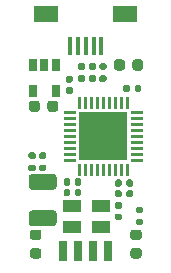
<source format=gbr>
%TF.GenerationSoftware,KiCad,Pcbnew,(5.1.8)-1*%
%TF.CreationDate,2021-01-22T22:27:45+01:00*%
%TF.ProjectId,IRMP_stm32,49524d50-5f73-4746-9d33-322e6b696361,rev?*%
%TF.SameCoordinates,Original*%
%TF.FileFunction,Soldermask,Top*%
%TF.FilePolarity,Negative*%
%FSLAX46Y46*%
G04 Gerber Fmt 4.6, Leading zero omitted, Abs format (unit mm)*
G04 Created by KiCad (PCBNEW (5.1.8)-1) date 2021-01-22 22:27:45*
%MOMM*%
%LPD*%
G01*
G04 APERTURE LIST*
%ADD10R,1.500000X1.000000*%
%ADD11R,0.800000X1.800000*%
%ADD12R,2.000000X1.350000*%
%ADD13R,0.400000X1.500000*%
%ADD14R,0.650000X1.060000*%
%ADD15R,4.100000X4.100000*%
G04 APERTURE END LIST*
D10*
%TO.C,XC1*%
X121250000Y-115800000D03*
X118750000Y-115800000D03*
X118750000Y-114000000D03*
X121250000Y-114000000D03*
%TD*%
D11*
%TO.C,U1*%
X121855000Y-117850000D03*
X120585000Y-117850000D03*
X119315000Y-117850000D03*
X118045000Y-117850000D03*
%TD*%
D12*
%TO.C,X1*%
X116600000Y-97800000D03*
D13*
X121250000Y-100500000D03*
X120600000Y-100500000D03*
X119950000Y-100500000D03*
X119300000Y-100500000D03*
X118650000Y-100500000D03*
D12*
X123300000Y-97800000D03*
%TD*%
%TO.C,R5*%
G36*
G01*
X124685000Y-114650000D02*
X124315000Y-114650000D01*
G75*
G02*
X124180000Y-114515000I0J135000D01*
G01*
X124180000Y-114245000D01*
G75*
G02*
X124315000Y-114110000I135000J0D01*
G01*
X124685000Y-114110000D01*
G75*
G02*
X124820000Y-114245000I0J-135000D01*
G01*
X124820000Y-114515000D01*
G75*
G02*
X124685000Y-114650000I-135000J0D01*
G01*
G37*
G36*
G01*
X124685000Y-115670000D02*
X124315000Y-115670000D01*
G75*
G02*
X124180000Y-115535000I0J135000D01*
G01*
X124180000Y-115265000D01*
G75*
G02*
X124315000Y-115130000I135000J0D01*
G01*
X124685000Y-115130000D01*
G75*
G02*
X124820000Y-115265000I0J-135000D01*
G01*
X124820000Y-115535000D01*
G75*
G02*
X124685000Y-115670000I-135000J0D01*
G01*
G37*
%TD*%
%TO.C,D1*%
G36*
G01*
X124456250Y-116912500D02*
X123943750Y-116912500D01*
G75*
G02*
X123725000Y-116693750I0J218750D01*
G01*
X123725000Y-116256250D01*
G75*
G02*
X123943750Y-116037500I218750J0D01*
G01*
X124456250Y-116037500D01*
G75*
G02*
X124675000Y-116256250I0J-218750D01*
G01*
X124675000Y-116693750D01*
G75*
G02*
X124456250Y-116912500I-218750J0D01*
G01*
G37*
G36*
G01*
X124456250Y-118487500D02*
X123943750Y-118487500D01*
G75*
G02*
X123725000Y-118268750I0J218750D01*
G01*
X123725000Y-117831250D01*
G75*
G02*
X123943750Y-117612500I218750J0D01*
G01*
X124456250Y-117612500D01*
G75*
G02*
X124675000Y-117831250I0J-218750D01*
G01*
X124675000Y-118268750D01*
G75*
G02*
X124456250Y-118487500I-218750J0D01*
G01*
G37*
%TD*%
%TO.C,R6*%
G36*
G01*
X116115000Y-110530000D02*
X116485000Y-110530000D01*
G75*
G02*
X116620000Y-110665000I0J-135000D01*
G01*
X116620000Y-110935000D01*
G75*
G02*
X116485000Y-111070000I-135000J0D01*
G01*
X116115000Y-111070000D01*
G75*
G02*
X115980000Y-110935000I0J135000D01*
G01*
X115980000Y-110665000D01*
G75*
G02*
X116115000Y-110530000I135000J0D01*
G01*
G37*
G36*
G01*
X116115000Y-109510000D02*
X116485000Y-109510000D01*
G75*
G02*
X116620000Y-109645000I0J-135000D01*
G01*
X116620000Y-109915000D01*
G75*
G02*
X116485000Y-110050000I-135000J0D01*
G01*
X116115000Y-110050000D01*
G75*
G02*
X115980000Y-109915000I0J135000D01*
G01*
X115980000Y-109645000D01*
G75*
G02*
X116115000Y-109510000I135000J0D01*
G01*
G37*
%TD*%
%TO.C,D2*%
G36*
G01*
X115956250Y-116912500D02*
X115443750Y-116912500D01*
G75*
G02*
X115225000Y-116693750I0J218750D01*
G01*
X115225000Y-116256250D01*
G75*
G02*
X115443750Y-116037500I218750J0D01*
G01*
X115956250Y-116037500D01*
G75*
G02*
X116175000Y-116256250I0J-218750D01*
G01*
X116175000Y-116693750D01*
G75*
G02*
X115956250Y-116912500I-218750J0D01*
G01*
G37*
G36*
G01*
X115956250Y-118487500D02*
X115443750Y-118487500D01*
G75*
G02*
X115225000Y-118268750I0J218750D01*
G01*
X115225000Y-117831250D01*
G75*
G02*
X115443750Y-117612500I218750J0D01*
G01*
X115956250Y-117612500D01*
G75*
G02*
X116175000Y-117831250I0J-218750D01*
G01*
X116175000Y-118268750D01*
G75*
G02*
X115956250Y-118487500I-218750J0D01*
G01*
G37*
%TD*%
%TO.C,C1*%
G36*
G01*
X117225001Y-112662500D02*
X115374999Y-112662500D01*
G75*
G02*
X115125000Y-112412501I0J249999D01*
G01*
X115125000Y-111587499D01*
G75*
G02*
X115374999Y-111337500I249999J0D01*
G01*
X117225001Y-111337500D01*
G75*
G02*
X117475000Y-111587499I0J-249999D01*
G01*
X117475000Y-112412501D01*
G75*
G02*
X117225001Y-112662500I-249999J0D01*
G01*
G37*
G36*
G01*
X117225001Y-115737500D02*
X115374999Y-115737500D01*
G75*
G02*
X115125000Y-115487501I0J249999D01*
G01*
X115125000Y-114662499D01*
G75*
G02*
X115374999Y-114412500I249999J0D01*
G01*
X117225001Y-114412500D01*
G75*
G02*
X117475000Y-114662499I0J-249999D01*
G01*
X117475000Y-115487501D01*
G75*
G02*
X117225001Y-115737500I-249999J0D01*
G01*
G37*
%TD*%
D14*
%TO.C,U2*%
X117400000Y-104300000D03*
X115500000Y-104300000D03*
X115500000Y-102100000D03*
X116450000Y-102100000D03*
X117400000Y-102100000D03*
%TD*%
D15*
%TO.C,U3*%
X121443000Y-108152000D03*
G36*
G01*
X119080500Y-110277000D02*
X118130500Y-110277000D01*
G75*
G02*
X118068000Y-110214500I0J62500D01*
G01*
X118068000Y-110089500D01*
G75*
G02*
X118130500Y-110027000I62500J0D01*
G01*
X119080500Y-110027000D01*
G75*
G02*
X119143000Y-110089500I0J-62500D01*
G01*
X119143000Y-110214500D01*
G75*
G02*
X119080500Y-110277000I-62500J0D01*
G01*
G37*
G36*
G01*
X119080500Y-109777000D02*
X118130500Y-109777000D01*
G75*
G02*
X118068000Y-109714500I0J62500D01*
G01*
X118068000Y-109589500D01*
G75*
G02*
X118130500Y-109527000I62500J0D01*
G01*
X119080500Y-109527000D01*
G75*
G02*
X119143000Y-109589500I0J-62500D01*
G01*
X119143000Y-109714500D01*
G75*
G02*
X119080500Y-109777000I-62500J0D01*
G01*
G37*
G36*
G01*
X119080500Y-109277000D02*
X118130500Y-109277000D01*
G75*
G02*
X118068000Y-109214500I0J62500D01*
G01*
X118068000Y-109089500D01*
G75*
G02*
X118130500Y-109027000I62500J0D01*
G01*
X119080500Y-109027000D01*
G75*
G02*
X119143000Y-109089500I0J-62500D01*
G01*
X119143000Y-109214500D01*
G75*
G02*
X119080500Y-109277000I-62500J0D01*
G01*
G37*
G36*
G01*
X119080500Y-108777000D02*
X118130500Y-108777000D01*
G75*
G02*
X118068000Y-108714500I0J62500D01*
G01*
X118068000Y-108589500D01*
G75*
G02*
X118130500Y-108527000I62500J0D01*
G01*
X119080500Y-108527000D01*
G75*
G02*
X119143000Y-108589500I0J-62500D01*
G01*
X119143000Y-108714500D01*
G75*
G02*
X119080500Y-108777000I-62500J0D01*
G01*
G37*
G36*
G01*
X119080500Y-108277000D02*
X118130500Y-108277000D01*
G75*
G02*
X118068000Y-108214500I0J62500D01*
G01*
X118068000Y-108089500D01*
G75*
G02*
X118130500Y-108027000I62500J0D01*
G01*
X119080500Y-108027000D01*
G75*
G02*
X119143000Y-108089500I0J-62500D01*
G01*
X119143000Y-108214500D01*
G75*
G02*
X119080500Y-108277000I-62500J0D01*
G01*
G37*
G36*
G01*
X119080500Y-107777000D02*
X118130500Y-107777000D01*
G75*
G02*
X118068000Y-107714500I0J62500D01*
G01*
X118068000Y-107589500D01*
G75*
G02*
X118130500Y-107527000I62500J0D01*
G01*
X119080500Y-107527000D01*
G75*
G02*
X119143000Y-107589500I0J-62500D01*
G01*
X119143000Y-107714500D01*
G75*
G02*
X119080500Y-107777000I-62500J0D01*
G01*
G37*
G36*
G01*
X119080500Y-107277000D02*
X118130500Y-107277000D01*
G75*
G02*
X118068000Y-107214500I0J62500D01*
G01*
X118068000Y-107089500D01*
G75*
G02*
X118130500Y-107027000I62500J0D01*
G01*
X119080500Y-107027000D01*
G75*
G02*
X119143000Y-107089500I0J-62500D01*
G01*
X119143000Y-107214500D01*
G75*
G02*
X119080500Y-107277000I-62500J0D01*
G01*
G37*
G36*
G01*
X119080500Y-106777000D02*
X118130500Y-106777000D01*
G75*
G02*
X118068000Y-106714500I0J62500D01*
G01*
X118068000Y-106589500D01*
G75*
G02*
X118130500Y-106527000I62500J0D01*
G01*
X119080500Y-106527000D01*
G75*
G02*
X119143000Y-106589500I0J-62500D01*
G01*
X119143000Y-106714500D01*
G75*
G02*
X119080500Y-106777000I-62500J0D01*
G01*
G37*
G36*
G01*
X119080500Y-106277000D02*
X118130500Y-106277000D01*
G75*
G02*
X118068000Y-106214500I0J62500D01*
G01*
X118068000Y-106089500D01*
G75*
G02*
X118130500Y-106027000I62500J0D01*
G01*
X119080500Y-106027000D01*
G75*
G02*
X119143000Y-106089500I0J-62500D01*
G01*
X119143000Y-106214500D01*
G75*
G02*
X119080500Y-106277000I-62500J0D01*
G01*
G37*
G36*
G01*
X119505500Y-105852000D02*
X119380500Y-105852000D01*
G75*
G02*
X119318000Y-105789500I0J62500D01*
G01*
X119318000Y-104839500D01*
G75*
G02*
X119380500Y-104777000I62500J0D01*
G01*
X119505500Y-104777000D01*
G75*
G02*
X119568000Y-104839500I0J-62500D01*
G01*
X119568000Y-105789500D01*
G75*
G02*
X119505500Y-105852000I-62500J0D01*
G01*
G37*
G36*
G01*
X120005500Y-105852000D02*
X119880500Y-105852000D01*
G75*
G02*
X119818000Y-105789500I0J62500D01*
G01*
X119818000Y-104839500D01*
G75*
G02*
X119880500Y-104777000I62500J0D01*
G01*
X120005500Y-104777000D01*
G75*
G02*
X120068000Y-104839500I0J-62500D01*
G01*
X120068000Y-105789500D01*
G75*
G02*
X120005500Y-105852000I-62500J0D01*
G01*
G37*
G36*
G01*
X120505500Y-105852000D02*
X120380500Y-105852000D01*
G75*
G02*
X120318000Y-105789500I0J62500D01*
G01*
X120318000Y-104839500D01*
G75*
G02*
X120380500Y-104777000I62500J0D01*
G01*
X120505500Y-104777000D01*
G75*
G02*
X120568000Y-104839500I0J-62500D01*
G01*
X120568000Y-105789500D01*
G75*
G02*
X120505500Y-105852000I-62500J0D01*
G01*
G37*
G36*
G01*
X121005500Y-105852000D02*
X120880500Y-105852000D01*
G75*
G02*
X120818000Y-105789500I0J62500D01*
G01*
X120818000Y-104839500D01*
G75*
G02*
X120880500Y-104777000I62500J0D01*
G01*
X121005500Y-104777000D01*
G75*
G02*
X121068000Y-104839500I0J-62500D01*
G01*
X121068000Y-105789500D01*
G75*
G02*
X121005500Y-105852000I-62500J0D01*
G01*
G37*
G36*
G01*
X121505500Y-105852000D02*
X121380500Y-105852000D01*
G75*
G02*
X121318000Y-105789500I0J62500D01*
G01*
X121318000Y-104839500D01*
G75*
G02*
X121380500Y-104777000I62500J0D01*
G01*
X121505500Y-104777000D01*
G75*
G02*
X121568000Y-104839500I0J-62500D01*
G01*
X121568000Y-105789500D01*
G75*
G02*
X121505500Y-105852000I-62500J0D01*
G01*
G37*
G36*
G01*
X122005500Y-105852000D02*
X121880500Y-105852000D01*
G75*
G02*
X121818000Y-105789500I0J62500D01*
G01*
X121818000Y-104839500D01*
G75*
G02*
X121880500Y-104777000I62500J0D01*
G01*
X122005500Y-104777000D01*
G75*
G02*
X122068000Y-104839500I0J-62500D01*
G01*
X122068000Y-105789500D01*
G75*
G02*
X122005500Y-105852000I-62500J0D01*
G01*
G37*
G36*
G01*
X122505500Y-105852000D02*
X122380500Y-105852000D01*
G75*
G02*
X122318000Y-105789500I0J62500D01*
G01*
X122318000Y-104839500D01*
G75*
G02*
X122380500Y-104777000I62500J0D01*
G01*
X122505500Y-104777000D01*
G75*
G02*
X122568000Y-104839500I0J-62500D01*
G01*
X122568000Y-105789500D01*
G75*
G02*
X122505500Y-105852000I-62500J0D01*
G01*
G37*
G36*
G01*
X123005500Y-105852000D02*
X122880500Y-105852000D01*
G75*
G02*
X122818000Y-105789500I0J62500D01*
G01*
X122818000Y-104839500D01*
G75*
G02*
X122880500Y-104777000I62500J0D01*
G01*
X123005500Y-104777000D01*
G75*
G02*
X123068000Y-104839500I0J-62500D01*
G01*
X123068000Y-105789500D01*
G75*
G02*
X123005500Y-105852000I-62500J0D01*
G01*
G37*
G36*
G01*
X123505500Y-105852000D02*
X123380500Y-105852000D01*
G75*
G02*
X123318000Y-105789500I0J62500D01*
G01*
X123318000Y-104839500D01*
G75*
G02*
X123380500Y-104777000I62500J0D01*
G01*
X123505500Y-104777000D01*
G75*
G02*
X123568000Y-104839500I0J-62500D01*
G01*
X123568000Y-105789500D01*
G75*
G02*
X123505500Y-105852000I-62500J0D01*
G01*
G37*
G36*
G01*
X124755500Y-106277000D02*
X123805500Y-106277000D01*
G75*
G02*
X123743000Y-106214500I0J62500D01*
G01*
X123743000Y-106089500D01*
G75*
G02*
X123805500Y-106027000I62500J0D01*
G01*
X124755500Y-106027000D01*
G75*
G02*
X124818000Y-106089500I0J-62500D01*
G01*
X124818000Y-106214500D01*
G75*
G02*
X124755500Y-106277000I-62500J0D01*
G01*
G37*
G36*
G01*
X124755500Y-106777000D02*
X123805500Y-106777000D01*
G75*
G02*
X123743000Y-106714500I0J62500D01*
G01*
X123743000Y-106589500D01*
G75*
G02*
X123805500Y-106527000I62500J0D01*
G01*
X124755500Y-106527000D01*
G75*
G02*
X124818000Y-106589500I0J-62500D01*
G01*
X124818000Y-106714500D01*
G75*
G02*
X124755500Y-106777000I-62500J0D01*
G01*
G37*
G36*
G01*
X124755500Y-107277000D02*
X123805500Y-107277000D01*
G75*
G02*
X123743000Y-107214500I0J62500D01*
G01*
X123743000Y-107089500D01*
G75*
G02*
X123805500Y-107027000I62500J0D01*
G01*
X124755500Y-107027000D01*
G75*
G02*
X124818000Y-107089500I0J-62500D01*
G01*
X124818000Y-107214500D01*
G75*
G02*
X124755500Y-107277000I-62500J0D01*
G01*
G37*
G36*
G01*
X124755500Y-107777000D02*
X123805500Y-107777000D01*
G75*
G02*
X123743000Y-107714500I0J62500D01*
G01*
X123743000Y-107589500D01*
G75*
G02*
X123805500Y-107527000I62500J0D01*
G01*
X124755500Y-107527000D01*
G75*
G02*
X124818000Y-107589500I0J-62500D01*
G01*
X124818000Y-107714500D01*
G75*
G02*
X124755500Y-107777000I-62500J0D01*
G01*
G37*
G36*
G01*
X124755500Y-108277000D02*
X123805500Y-108277000D01*
G75*
G02*
X123743000Y-108214500I0J62500D01*
G01*
X123743000Y-108089500D01*
G75*
G02*
X123805500Y-108027000I62500J0D01*
G01*
X124755500Y-108027000D01*
G75*
G02*
X124818000Y-108089500I0J-62500D01*
G01*
X124818000Y-108214500D01*
G75*
G02*
X124755500Y-108277000I-62500J0D01*
G01*
G37*
G36*
G01*
X124755500Y-108777000D02*
X123805500Y-108777000D01*
G75*
G02*
X123743000Y-108714500I0J62500D01*
G01*
X123743000Y-108589500D01*
G75*
G02*
X123805500Y-108527000I62500J0D01*
G01*
X124755500Y-108527000D01*
G75*
G02*
X124818000Y-108589500I0J-62500D01*
G01*
X124818000Y-108714500D01*
G75*
G02*
X124755500Y-108777000I-62500J0D01*
G01*
G37*
G36*
G01*
X124755500Y-109277000D02*
X123805500Y-109277000D01*
G75*
G02*
X123743000Y-109214500I0J62500D01*
G01*
X123743000Y-109089500D01*
G75*
G02*
X123805500Y-109027000I62500J0D01*
G01*
X124755500Y-109027000D01*
G75*
G02*
X124818000Y-109089500I0J-62500D01*
G01*
X124818000Y-109214500D01*
G75*
G02*
X124755500Y-109277000I-62500J0D01*
G01*
G37*
G36*
G01*
X124755500Y-109777000D02*
X123805500Y-109777000D01*
G75*
G02*
X123743000Y-109714500I0J62500D01*
G01*
X123743000Y-109589500D01*
G75*
G02*
X123805500Y-109527000I62500J0D01*
G01*
X124755500Y-109527000D01*
G75*
G02*
X124818000Y-109589500I0J-62500D01*
G01*
X124818000Y-109714500D01*
G75*
G02*
X124755500Y-109777000I-62500J0D01*
G01*
G37*
G36*
G01*
X124755500Y-110277000D02*
X123805500Y-110277000D01*
G75*
G02*
X123743000Y-110214500I0J62500D01*
G01*
X123743000Y-110089500D01*
G75*
G02*
X123805500Y-110027000I62500J0D01*
G01*
X124755500Y-110027000D01*
G75*
G02*
X124818000Y-110089500I0J-62500D01*
G01*
X124818000Y-110214500D01*
G75*
G02*
X124755500Y-110277000I-62500J0D01*
G01*
G37*
G36*
G01*
X123505500Y-111527000D02*
X123380500Y-111527000D01*
G75*
G02*
X123318000Y-111464500I0J62500D01*
G01*
X123318000Y-110514500D01*
G75*
G02*
X123380500Y-110452000I62500J0D01*
G01*
X123505500Y-110452000D01*
G75*
G02*
X123568000Y-110514500I0J-62500D01*
G01*
X123568000Y-111464500D01*
G75*
G02*
X123505500Y-111527000I-62500J0D01*
G01*
G37*
G36*
G01*
X123005500Y-111527000D02*
X122880500Y-111527000D01*
G75*
G02*
X122818000Y-111464500I0J62500D01*
G01*
X122818000Y-110514500D01*
G75*
G02*
X122880500Y-110452000I62500J0D01*
G01*
X123005500Y-110452000D01*
G75*
G02*
X123068000Y-110514500I0J-62500D01*
G01*
X123068000Y-111464500D01*
G75*
G02*
X123005500Y-111527000I-62500J0D01*
G01*
G37*
G36*
G01*
X122505500Y-111527000D02*
X122380500Y-111527000D01*
G75*
G02*
X122318000Y-111464500I0J62500D01*
G01*
X122318000Y-110514500D01*
G75*
G02*
X122380500Y-110452000I62500J0D01*
G01*
X122505500Y-110452000D01*
G75*
G02*
X122568000Y-110514500I0J-62500D01*
G01*
X122568000Y-111464500D01*
G75*
G02*
X122505500Y-111527000I-62500J0D01*
G01*
G37*
G36*
G01*
X122005500Y-111527000D02*
X121880500Y-111527000D01*
G75*
G02*
X121818000Y-111464500I0J62500D01*
G01*
X121818000Y-110514500D01*
G75*
G02*
X121880500Y-110452000I62500J0D01*
G01*
X122005500Y-110452000D01*
G75*
G02*
X122068000Y-110514500I0J-62500D01*
G01*
X122068000Y-111464500D01*
G75*
G02*
X122005500Y-111527000I-62500J0D01*
G01*
G37*
G36*
G01*
X121505500Y-111527000D02*
X121380500Y-111527000D01*
G75*
G02*
X121318000Y-111464500I0J62500D01*
G01*
X121318000Y-110514500D01*
G75*
G02*
X121380500Y-110452000I62500J0D01*
G01*
X121505500Y-110452000D01*
G75*
G02*
X121568000Y-110514500I0J-62500D01*
G01*
X121568000Y-111464500D01*
G75*
G02*
X121505500Y-111527000I-62500J0D01*
G01*
G37*
G36*
G01*
X121005500Y-111527000D02*
X120880500Y-111527000D01*
G75*
G02*
X120818000Y-111464500I0J62500D01*
G01*
X120818000Y-110514500D01*
G75*
G02*
X120880500Y-110452000I62500J0D01*
G01*
X121005500Y-110452000D01*
G75*
G02*
X121068000Y-110514500I0J-62500D01*
G01*
X121068000Y-111464500D01*
G75*
G02*
X121005500Y-111527000I-62500J0D01*
G01*
G37*
G36*
G01*
X120505500Y-111527000D02*
X120380500Y-111527000D01*
G75*
G02*
X120318000Y-111464500I0J62500D01*
G01*
X120318000Y-110514500D01*
G75*
G02*
X120380500Y-110452000I62500J0D01*
G01*
X120505500Y-110452000D01*
G75*
G02*
X120568000Y-110514500I0J-62500D01*
G01*
X120568000Y-111464500D01*
G75*
G02*
X120505500Y-111527000I-62500J0D01*
G01*
G37*
G36*
G01*
X120005500Y-111527000D02*
X119880500Y-111527000D01*
G75*
G02*
X119818000Y-111464500I0J62500D01*
G01*
X119818000Y-110514500D01*
G75*
G02*
X119880500Y-110452000I62500J0D01*
G01*
X120005500Y-110452000D01*
G75*
G02*
X120068000Y-110514500I0J-62500D01*
G01*
X120068000Y-111464500D01*
G75*
G02*
X120005500Y-111527000I-62500J0D01*
G01*
G37*
G36*
G01*
X119505500Y-111527000D02*
X119380500Y-111527000D01*
G75*
G02*
X119318000Y-111464500I0J62500D01*
G01*
X119318000Y-110514500D01*
G75*
G02*
X119380500Y-110452000I62500J0D01*
G01*
X119505500Y-110452000D01*
G75*
G02*
X119568000Y-110514500I0J-62500D01*
G01*
X119568000Y-111464500D01*
G75*
G02*
X119505500Y-111527000I-62500J0D01*
G01*
G37*
%TD*%
%TO.C,C6*%
G36*
G01*
X116700000Y-105850000D02*
X116700000Y-105350000D01*
G75*
G02*
X116925000Y-105125000I225000J0D01*
G01*
X117375000Y-105125000D01*
G75*
G02*
X117600000Y-105350000I0J-225000D01*
G01*
X117600000Y-105850000D01*
G75*
G02*
X117375000Y-106075000I-225000J0D01*
G01*
X116925000Y-106075000D01*
G75*
G02*
X116700000Y-105850000I0J225000D01*
G01*
G37*
G36*
G01*
X115150000Y-105850000D02*
X115150000Y-105350000D01*
G75*
G02*
X115375000Y-105125000I225000J0D01*
G01*
X115825000Y-105125000D01*
G75*
G02*
X116050000Y-105350000I0J-225000D01*
G01*
X116050000Y-105850000D01*
G75*
G02*
X115825000Y-106075000I-225000J0D01*
G01*
X115375000Y-106075000D01*
G75*
G02*
X115150000Y-105850000I0J225000D01*
G01*
G37*
%TD*%
%TO.C,C7*%
G36*
G01*
X122980000Y-111930000D02*
X122980000Y-112270000D01*
G75*
G02*
X122840000Y-112410000I-140000J0D01*
G01*
X122560000Y-112410000D01*
G75*
G02*
X122420000Y-112270000I0J140000D01*
G01*
X122420000Y-111930000D01*
G75*
G02*
X122560000Y-111790000I140000J0D01*
G01*
X122840000Y-111790000D01*
G75*
G02*
X122980000Y-111930000I0J-140000D01*
G01*
G37*
G36*
G01*
X123940000Y-111930000D02*
X123940000Y-112270000D01*
G75*
G02*
X123800000Y-112410000I-140000J0D01*
G01*
X123520000Y-112410000D01*
G75*
G02*
X123380000Y-112270000I0J140000D01*
G01*
X123380000Y-111930000D01*
G75*
G02*
X123520000Y-111790000I140000J0D01*
G01*
X123800000Y-111790000D01*
G75*
G02*
X123940000Y-111930000I0J-140000D01*
G01*
G37*
%TD*%
%TO.C,C4*%
G36*
G01*
X122980000Y-112830000D02*
X122980000Y-113170000D01*
G75*
G02*
X122840000Y-113310000I-140000J0D01*
G01*
X122560000Y-113310000D01*
G75*
G02*
X122420000Y-113170000I0J140000D01*
G01*
X122420000Y-112830000D01*
G75*
G02*
X122560000Y-112690000I140000J0D01*
G01*
X122840000Y-112690000D01*
G75*
G02*
X122980000Y-112830000I0J-140000D01*
G01*
G37*
G36*
G01*
X123940000Y-112830000D02*
X123940000Y-113170000D01*
G75*
G02*
X123800000Y-113310000I-140000J0D01*
G01*
X123520000Y-113310000D01*
G75*
G02*
X123380000Y-113170000I0J140000D01*
G01*
X123380000Y-112830000D01*
G75*
G02*
X123520000Y-112690000I140000J0D01*
G01*
X123800000Y-112690000D01*
G75*
G02*
X123940000Y-112830000I0J-140000D01*
G01*
G37*
%TD*%
%TO.C,C2*%
G36*
G01*
X122870000Y-114280000D02*
X122530000Y-114280000D01*
G75*
G02*
X122390000Y-114140000I0J140000D01*
G01*
X122390000Y-113860000D01*
G75*
G02*
X122530000Y-113720000I140000J0D01*
G01*
X122870000Y-113720000D01*
G75*
G02*
X123010000Y-113860000I0J-140000D01*
G01*
X123010000Y-114140000D01*
G75*
G02*
X122870000Y-114280000I-140000J0D01*
G01*
G37*
G36*
G01*
X122870000Y-115240000D02*
X122530000Y-115240000D01*
G75*
G02*
X122390000Y-115100000I0J140000D01*
G01*
X122390000Y-114820000D01*
G75*
G02*
X122530000Y-114680000I140000J0D01*
G01*
X122870000Y-114680000D01*
G75*
G02*
X123010000Y-114820000I0J-140000D01*
G01*
X123010000Y-115100000D01*
G75*
G02*
X122870000Y-115240000I-140000J0D01*
G01*
G37*
%TD*%
%TO.C,C3*%
G36*
G01*
X123250000Y-101850000D02*
X123250000Y-102350000D01*
G75*
G02*
X123025000Y-102575000I-225000J0D01*
G01*
X122575000Y-102575000D01*
G75*
G02*
X122350000Y-102350000I0J225000D01*
G01*
X122350000Y-101850000D01*
G75*
G02*
X122575000Y-101625000I225000J0D01*
G01*
X123025000Y-101625000D01*
G75*
G02*
X123250000Y-101850000I0J-225000D01*
G01*
G37*
G36*
G01*
X124800000Y-101850000D02*
X124800000Y-102350000D01*
G75*
G02*
X124575000Y-102575000I-225000J0D01*
G01*
X124125000Y-102575000D01*
G75*
G02*
X123900000Y-102350000I0J225000D01*
G01*
X123900000Y-101850000D01*
G75*
G02*
X124125000Y-101625000I225000J0D01*
G01*
X124575000Y-101625000D01*
G75*
G02*
X124800000Y-101850000I0J-225000D01*
G01*
G37*
%TD*%
%TO.C,C8*%
G36*
G01*
X123680000Y-103930000D02*
X123680000Y-104270000D01*
G75*
G02*
X123540000Y-104410000I-140000J0D01*
G01*
X123260000Y-104410000D01*
G75*
G02*
X123120000Y-104270000I0J140000D01*
G01*
X123120000Y-103930000D01*
G75*
G02*
X123260000Y-103790000I140000J0D01*
G01*
X123540000Y-103790000D01*
G75*
G02*
X123680000Y-103930000I0J-140000D01*
G01*
G37*
G36*
G01*
X124640000Y-103930000D02*
X124640000Y-104270000D01*
G75*
G02*
X124500000Y-104410000I-140000J0D01*
G01*
X124220000Y-104410000D01*
G75*
G02*
X124080000Y-104270000I0J140000D01*
G01*
X124080000Y-103930000D01*
G75*
G02*
X124220000Y-103790000I140000J0D01*
G01*
X124500000Y-103790000D01*
G75*
G02*
X124640000Y-103930000I0J-140000D01*
G01*
G37*
%TD*%
%TO.C,R2*%
G36*
G01*
X120685000Y-102505000D02*
X120315000Y-102505000D01*
G75*
G02*
X120180000Y-102370000I0J135000D01*
G01*
X120180000Y-102100000D01*
G75*
G02*
X120315000Y-101965000I135000J0D01*
G01*
X120685000Y-101965000D01*
G75*
G02*
X120820000Y-102100000I0J-135000D01*
G01*
X120820000Y-102370000D01*
G75*
G02*
X120685000Y-102505000I-135000J0D01*
G01*
G37*
G36*
G01*
X120685000Y-103525000D02*
X120315000Y-103525000D01*
G75*
G02*
X120180000Y-103390000I0J135000D01*
G01*
X120180000Y-103120000D01*
G75*
G02*
X120315000Y-102985000I135000J0D01*
G01*
X120685000Y-102985000D01*
G75*
G02*
X120820000Y-103120000I0J-135000D01*
G01*
X120820000Y-103390000D01*
G75*
G02*
X120685000Y-103525000I-135000J0D01*
G01*
G37*
%TD*%
%TO.C,C9*%
G36*
G01*
X119020000Y-112170000D02*
X119020000Y-111830000D01*
G75*
G02*
X119160000Y-111690000I140000J0D01*
G01*
X119440000Y-111690000D01*
G75*
G02*
X119580000Y-111830000I0J-140000D01*
G01*
X119580000Y-112170000D01*
G75*
G02*
X119440000Y-112310000I-140000J0D01*
G01*
X119160000Y-112310000D01*
G75*
G02*
X119020000Y-112170000I0J140000D01*
G01*
G37*
G36*
G01*
X118060000Y-112170000D02*
X118060000Y-111830000D01*
G75*
G02*
X118200000Y-111690000I140000J0D01*
G01*
X118480000Y-111690000D01*
G75*
G02*
X118620000Y-111830000I0J-140000D01*
G01*
X118620000Y-112170000D01*
G75*
G02*
X118480000Y-112310000I-140000J0D01*
G01*
X118200000Y-112310000D01*
G75*
G02*
X118060000Y-112170000I0J140000D01*
G01*
G37*
%TD*%
%TO.C,R3*%
G36*
G01*
X119785000Y-102503000D02*
X119415000Y-102503000D01*
G75*
G02*
X119280000Y-102368000I0J135000D01*
G01*
X119280000Y-102098000D01*
G75*
G02*
X119415000Y-101963000I135000J0D01*
G01*
X119785000Y-101963000D01*
G75*
G02*
X119920000Y-102098000I0J-135000D01*
G01*
X119920000Y-102368000D01*
G75*
G02*
X119785000Y-102503000I-135000J0D01*
G01*
G37*
G36*
G01*
X119785000Y-103523000D02*
X119415000Y-103523000D01*
G75*
G02*
X119280000Y-103388000I0J135000D01*
G01*
X119280000Y-103118000D01*
G75*
G02*
X119415000Y-102983000I135000J0D01*
G01*
X119785000Y-102983000D01*
G75*
G02*
X119920000Y-103118000I0J-135000D01*
G01*
X119920000Y-103388000D01*
G75*
G02*
X119785000Y-103523000I-135000J0D01*
G01*
G37*
%TD*%
%TO.C,R1*%
G36*
G01*
X121585000Y-102505000D02*
X121215000Y-102505000D01*
G75*
G02*
X121080000Y-102370000I0J135000D01*
G01*
X121080000Y-102100000D01*
G75*
G02*
X121215000Y-101965000I135000J0D01*
G01*
X121585000Y-101965000D01*
G75*
G02*
X121720000Y-102100000I0J-135000D01*
G01*
X121720000Y-102370000D01*
G75*
G02*
X121585000Y-102505000I-135000J0D01*
G01*
G37*
G36*
G01*
X121585000Y-103525000D02*
X121215000Y-103525000D01*
G75*
G02*
X121080000Y-103390000I0J135000D01*
G01*
X121080000Y-103120000D01*
G75*
G02*
X121215000Y-102985000I135000J0D01*
G01*
X121585000Y-102985000D01*
G75*
G02*
X121720000Y-103120000I0J-135000D01*
G01*
X121720000Y-103390000D01*
G75*
G02*
X121585000Y-103525000I-135000J0D01*
G01*
G37*
%TD*%
%TO.C,R4*%
G36*
G01*
X115215000Y-110530000D02*
X115585000Y-110530000D01*
G75*
G02*
X115720000Y-110665000I0J-135000D01*
G01*
X115720000Y-110935000D01*
G75*
G02*
X115585000Y-111070000I-135000J0D01*
G01*
X115215000Y-111070000D01*
G75*
G02*
X115080000Y-110935000I0J135000D01*
G01*
X115080000Y-110665000D01*
G75*
G02*
X115215000Y-110530000I135000J0D01*
G01*
G37*
G36*
G01*
X115215000Y-109510000D02*
X115585000Y-109510000D01*
G75*
G02*
X115720000Y-109645000I0J-135000D01*
G01*
X115720000Y-109915000D01*
G75*
G02*
X115585000Y-110050000I-135000J0D01*
G01*
X115215000Y-110050000D01*
G75*
G02*
X115080000Y-109915000I0J135000D01*
G01*
X115080000Y-109645000D01*
G75*
G02*
X115215000Y-109510000I135000J0D01*
G01*
G37*
%TD*%
%TO.C,C10*%
G36*
G01*
X118383000Y-103987000D02*
X118723000Y-103987000D01*
G75*
G02*
X118863000Y-104127000I0J-140000D01*
G01*
X118863000Y-104407000D01*
G75*
G02*
X118723000Y-104547000I-140000J0D01*
G01*
X118383000Y-104547000D01*
G75*
G02*
X118243000Y-104407000I0J140000D01*
G01*
X118243000Y-104127000D01*
G75*
G02*
X118383000Y-103987000I140000J0D01*
G01*
G37*
G36*
G01*
X118383000Y-103027000D02*
X118723000Y-103027000D01*
G75*
G02*
X118863000Y-103167000I0J-140000D01*
G01*
X118863000Y-103447000D01*
G75*
G02*
X118723000Y-103587000I-140000J0D01*
G01*
X118383000Y-103587000D01*
G75*
G02*
X118243000Y-103447000I0J140000D01*
G01*
X118243000Y-103167000D01*
G75*
G02*
X118383000Y-103027000I140000J0D01*
G01*
G37*
%TD*%
%TO.C,C5*%
G36*
G01*
X119020000Y-113070000D02*
X119020000Y-112730000D01*
G75*
G02*
X119160000Y-112590000I140000J0D01*
G01*
X119440000Y-112590000D01*
G75*
G02*
X119580000Y-112730000I0J-140000D01*
G01*
X119580000Y-113070000D01*
G75*
G02*
X119440000Y-113210000I-140000J0D01*
G01*
X119160000Y-113210000D01*
G75*
G02*
X119020000Y-113070000I0J140000D01*
G01*
G37*
G36*
G01*
X118060000Y-113070000D02*
X118060000Y-112730000D01*
G75*
G02*
X118200000Y-112590000I140000J0D01*
G01*
X118480000Y-112590000D01*
G75*
G02*
X118620000Y-112730000I0J-140000D01*
G01*
X118620000Y-113070000D01*
G75*
G02*
X118480000Y-113210000I-140000J0D01*
G01*
X118200000Y-113210000D01*
G75*
G02*
X118060000Y-113070000I0J140000D01*
G01*
G37*
%TD*%
M02*

</source>
